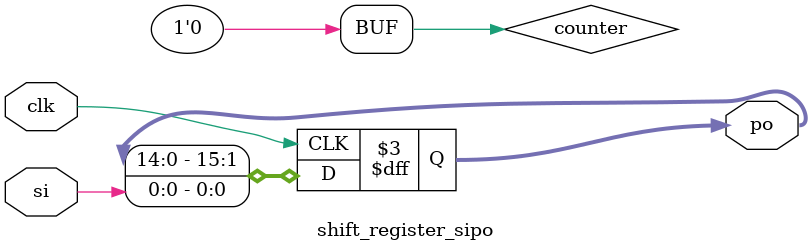
<source format=v>
module shift_register_sipo(clk,si,po);

input clk,si;
output reg [15:0]po;
reg counter = 0;
integer i;

always @(negedge clk)
	begin
		po[0] <= si;
		po[1] <= po[0];
		po[2] <= po[1];
		po[3] <= po[2];
		po[4] <= po[3];
		po[5] <= po[4];
		po[6] <= po[5];
		po[7] <= po[6];
		po[8] <= po[7];
		po[9] <= po[8];
		po[10] <= po[9];
		po[11] <= po[10];
		po[12] <= po[11];
		po[13] <= po[12];
		po[14] <= po[13];
		po[15] <= po[14];	
	end

endmodule

</source>
